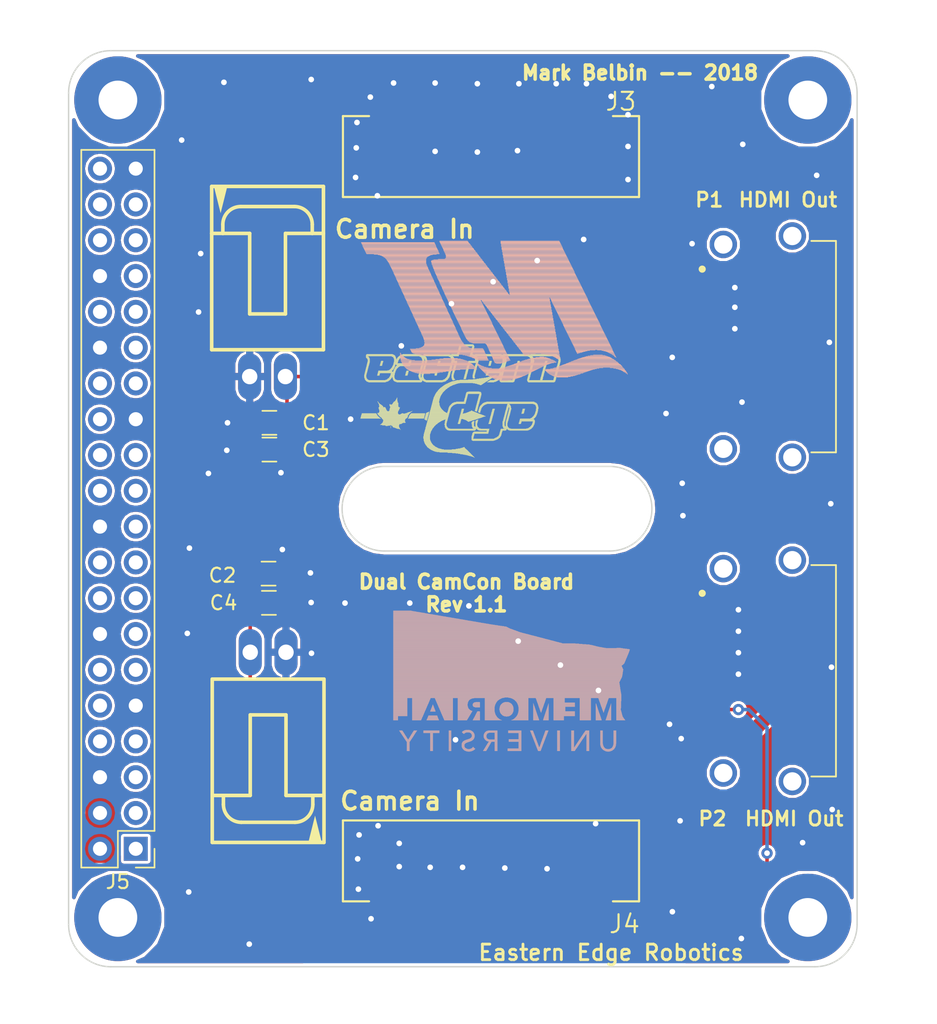
<source format=kicad_pcb>
(kicad_pcb (version 20171130) (host pcbnew "(5.0.0)")
  (layers (0 F.Cu signal) (31 B.Cu signal) (34 B.Paste user) (35 F.Paste user) (36 B.SilkS user) (37 F.SilkS user) (38 B.Mask user) (39 F.Mask user) (44 Edge.Cuts user))
  (net 0 "")
  (net 1 "Net-(J5-Pad40)")
  (net 2 GND)
  (net 3 "Net-(J5-Pad38)")
  (net 4 "Net-(J5-Pad37)")
  (net 5 "Net-(J5-Pad36)")
  (net 6 "Net-(J5-Pad35)")
  (net 7 "Net-(J5-Pad33)")
  (net 8 "Net-(J5-Pad32)")
  (net 9 "Net-(J5-Pad31)")
  (net 10 "Net-(J5-Pad29)")
  (net 11 "Net-(J5-Pad28)")
  (net 12 "Net-(J5-Pad27)")
  (net 13 "Net-(J5-Pad26)")
  (net 14 "Net-(J5-Pad24)")
  (net 15 "Net-(J5-Pad23)")
  (net 16 "Net-(J5-Pad22)")
  (net 17 "Net-(J5-Pad21)")
  (net 18 "Net-(J5-Pad19)")
  (net 19 "Net-(J5-Pad18)")
  (net 20 "Net-(J5-Pad17)")
  (net 21 "Net-(J5-Pad16)")
  (net 22 "Net-(J5-Pad15)")
  (net 23 "Net-(J5-Pad13)")
  (net 24 "Net-(J5-Pad12)")
  (net 25 "Net-(J5-Pad11)")
  (net 26 "Net-(J5-Pad10)")
  (net 27 "Net-(J5-Pad8)")
  (net 28 "Net-(J5-Pad7)")
  (net 29 "Net-(J5-Pad5)")
  (net 30 +5V)
  (net 31 "Net-(J5-Pad3)")
  (net 32 "Net-(J5-Pad1)")
  (net 33 /Servo1)
  (net 34 /Servo2)
  (net 35 /CAM1_3V3)
  (net 36 /CAM1_SDA)
  (net 37 /CAM1_SCL)
  (net 38 /CAM1_CLK)
  (net 39 /CAM1_GPIO)
  (net 40 /CAM2_GPIO)
  (net 41 /CAM2_CLK)
  (net 42 /CAM2_SCL)
  (net 43 /CAM2_SDA)
  (net 44 /CAM2_3V3)
  (net 45 /CAM1_C+)
  (net 46 /CAM1_C-)
  (net 47 /CAM1_D1+)
  (net 48 /CAM1_D1-)
  (net 49 /CAM1_D0+)
  (net 50 /CAM1_D0-)
  (net 51 /CAM2_D0-)
  (net 52 /CAM2_D0+)
  (net 53 /CAM2_D1-)
  (net 54 /CAM2_D1+)
  (net 55 /CAM2_C-)
  (net 56 /CAM2_C+)
  (module EER:70553-02 (layer F.Cu) (at 114.17 85.30438 180)
    (fp_text reference J2 hide)
    (fp_text value "Servo Input" hide)
    (pad 1 thru_hole oval (at -1.27 7.62 270) (size 3.2766 1.6383) (drill 1.0922) (layers *.Cu *.Mask) (net 2 GND))
    (pad 2 thru_hole oval (at 1.27 7.62 270) (size 3.2766 1.6383) (drill 1.0922) (layers *.Cu *.Mask) (net 34 /Servo2))
  )
  (module EER:RaspberryGPIO (layer F.Cu) (at 104.77 91.63 180)
    (fp_text reference J5 (at 1.27 -2.33 180) (layer F.SilkS))
    (fp_text value "Raspberry Pi GPIO")
    (pad 1 thru_hole rect (at 0 0 180) (size 1.7 1.7) (drill 1) (layers *.Cu *.Mask) (net 32 "Net-(J5-Pad1)"))
    (pad 2 thru_hole oval (at 2.54 0 180) (size 1.7 1.7) (drill 1) (layers *.Cu *.Mask) (net 30 +5V))
    (pad 3 thru_hole oval (at 0 2.54 180) (size 1.7 1.7) (drill 1) (layers *.Cu *.Mask) (net 31 "Net-(J5-Pad3)"))
    (pad 4 thru_hole oval (at 2.54 2.54 180) (size 1.7 1.7) (drill 1) (layers *.Cu *.Mask) (net 30 +5V))
    (pad 5 thru_hole oval (at 0 5.08 180) (size 1.7 1.7) (drill 1) (layers *.Cu *.Mask) (net 29 "Net-(J5-Pad5)"))
    (pad 6 thru_hole oval (at 2.54 5.08 180) (size 1.7 1.7) (drill 1) (layers *.Cu *.Mask) (net 2 GND))
    (pad 7 thru_hole oval (at 0 7.62 180) (size 1.7 1.7) (drill 1) (layers *.Cu *.Mask) (net 28 "Net-(J5-Pad7)"))
    (pad 8 thru_hole oval (at 2.54 7.62 180) (size 1.7 1.7) (drill 1) (layers *.Cu *.Mask) (net 27 "Net-(J5-Pad8)"))
    (pad 9 thru_hole oval (at 0 10.16 180) (size 1.7 1.7) (drill 1) (layers *.Cu *.Mask) (net 2 GND))
    (pad 10 thru_hole oval (at 2.54 10.16 180) (size 1.7 1.7) (drill 1) (layers *.Cu *.Mask) (net 26 "Net-(J5-Pad10)"))
    (pad 11 thru_hole oval (at 0 12.7 180) (size 1.7 1.7) (drill 1) (layers *.Cu *.Mask) (net 25 "Net-(J5-Pad11)"))
    (pad 12 thru_hole oval (at 2.54 12.7 180) (size 1.7 1.7) (drill 1) (layers *.Cu *.Mask) (net 24 "Net-(J5-Pad12)"))
    (pad 13 thru_hole oval (at 0 15.24 180) (size 1.7 1.7) (drill 1) (layers *.Cu *.Mask) (net 23 "Net-(J5-Pad13)"))
    (pad 14 thru_hole oval (at 2.54 15.24 180) (size 1.7 1.7) (drill 1) (layers *.Cu *.Mask) (net 2 GND))
    (pad 15 thru_hole oval (at 0 17.78 180) (size 1.7 1.7) (drill 1) (layers *.Cu *.Mask) (net 22 "Net-(J5-Pad15)"))
    (pad 16 thru_hole oval (at 2.54 17.78 180) (size 1.7 1.7) (drill 1) (layers *.Cu *.Mask) (net 21 "Net-(J5-Pad16)"))
    (pad 17 thru_hole oval (at 0 20.32 180) (size 1.7 1.7) (drill 1) (layers *.Cu *.Mask) (net 20 "Net-(J5-Pad17)"))
    (pad 18 thru_hole oval (at 2.54 20.32 180) (size 1.7 1.7) (drill 1) (layers *.Cu *.Mask) (net 19 "Net-(J5-Pad18)"))
    (pad 19 thru_hole oval (at 0 22.86 180) (size 1.7 1.7) (drill 1) (layers *.Cu *.Mask) (net 18 "Net-(J5-Pad19)"))
    (pad 20 thru_hole oval (at 2.54 22.86 180) (size 1.7 1.7) (drill 1) (layers *.Cu *.Mask) (net 2 GND))
    (pad 21 thru_hole oval (at 0 25.4 180) (size 1.7 1.7) (drill 1) (layers *.Cu *.Mask) (net 17 "Net-(J5-Pad21)"))
    (pad 22 thru_hole oval (at 2.54 25.4 180) (size 1.7 1.7) (drill 1) (layers *.Cu *.Mask) (net 16 "Net-(J5-Pad22)"))
    (pad 23 thru_hole oval (at 0 27.94 180) (size 1.7 1.7) (drill 1) (layers *.Cu *.Mask) (net 15 "Net-(J5-Pad23)"))
    (pad 24 thru_hole oval (at 2.54 27.94 180) (size 1.7 1.7) (drill 1) (layers *.Cu *.Mask) (net 14 "Net-(J5-Pad24)"))
    (pad 25 thru_hole oval (at 0 30.48 180) (size 1.7 1.7) (drill 1) (layers *.Cu *.Mask) (net 2 GND))
    (pad 26 thru_hole oval (at 2.54 30.48 180) (size 1.7 1.7) (drill 1) (layers *.Cu *.Mask) (net 13 "Net-(J5-Pad26)"))
    (pad 27 thru_hole oval (at 0 33.02 180) (size 1.7 1.7) (drill 1) (layers *.Cu *.Mask) (net 12 "Net-(J5-Pad27)"))
    (pad 28 thru_hole oval (at 2.54 33.02 180) (size 1.7 1.7) (drill 1) (layers *.Cu *.Mask) (net 11 "Net-(J5-Pad28)"))
    (pad 29 thru_hole oval (at 0 35.56 180) (size 1.7 1.7) (drill 1) (layers *.Cu *.Mask) (net 10 "Net-(J5-Pad29)"))
    (pad 30 thru_hole oval (at 2.54 35.56 180) (size 1.7 1.7) (drill 1) (layers *.Cu *.Mask) (net 2 GND))
    (pad 31 thru_hole oval (at 0 38.1 180) (size 1.7 1.7) (drill 1) (layers *.Cu *.Mask) (net 9 "Net-(J5-Pad31)"))
    (pad 32 thru_hole oval (at 2.54 38.1 180) (size 1.7 1.7) (drill 1) (layers *.Cu *.Mask) (net 8 "Net-(J5-Pad32)"))
    (pad 33 thru_hole oval (at 0 40.64 180) (size 1.7 1.7) (drill 1) (layers *.Cu *.Mask) (net 7 "Net-(J5-Pad33)"))
    (pad 34 thru_hole oval (at 2.54 40.64 180) (size 1.7 1.7) (drill 1) (layers *.Cu *.Mask) (net 2 GND))
    (pad 35 thru_hole oval (at 0 43.18 180) (size 1.7 1.7) (drill 1) (layers *.Cu *.Mask) (net 6 "Net-(J5-Pad35)"))
    (pad 36 thru_hole oval (at 2.54 43.18 180) (size 1.7 1.7) (drill 1) (layers *.Cu *.Mask) (net 5 "Net-(J5-Pad36)"))
    (pad 37 thru_hole oval (at 0 45.72 180) (size 1.7 1.7) (drill 1) (layers *.Cu *.Mask) (net 4 "Net-(J5-Pad37)"))
    (pad 38 thru_hole oval (at 2.54 45.72 180) (size 1.7 1.7) (drill 1) (layers *.Cu *.Mask) (net 3 "Net-(J5-Pad38)"))
    (pad 39 thru_hole oval (at 0 48.26 180) (size 1.7 1.7) (drill 1) (layers *.Cu *.Mask) (net 2 GND))
    (pad 40 thru_hole oval (at 2.54 48.26 180) (size 1.7 1.7) (drill 1) (layers *.Cu *.Mask) (net 1 "Net-(J5-Pad40)"))
  )
  (module EER:70553-02 (layer F.Cu) (at 114.13 50.50438)
    (fp_text reference J1 hide)
    (fp_text value "Servo Input" hide)
    (pad 1 thru_hole oval (at -1.27 7.62 90) (size 3.2766 1.6383) (drill 1.0922) (layers *.Cu *.Mask) (net 2 GND))
    (pad 2 thru_hole oval (at 1.27 7.62 90) (size 3.2766 1.6383) (drill 1.0922) (layers *.Cu *.Mask) (net 33 /Servo1))
  )
  (module EER:CON15_1X15_DRB_SFW (layer F.Cu) (at 130 98)
    (fp_text reference J4 (at 10.668 -1.778) (layer F.SilkS) (effects (font (size 1.27 1.27)) (justify right top)))
    (fp_text value "Camera In" (at -0.66954 -10.50562) (layer F.SilkS) (effects (font (size 1.27 1.27) (thickness 0.25)) (justify right top)))
    (pad 15 smd rect (at 7 -2.7559 270) (size 2.0066 0.6096) (layers F.Cu F.Paste F.Mask) (net 2 GND))
    (pad 14 smd rect (at 5.999996 -2.7559 270) (size 2.0066 0.6096) (layers F.Cu F.Paste F.Mask) (net 51 /CAM2_D0-))
    (pad 13 smd rect (at 5 -2.7559 270) (size 2.0066 0.6096) (layers F.Cu F.Paste F.Mask) (net 52 /CAM2_D0+))
    (pad 12 smd rect (at 4 -2.7559 270) (size 2.0066 0.6096) (layers F.Cu F.Paste F.Mask) (net 2 GND))
    (pad 11 smd rect (at 3 -2.7559 270) (size 2.0066 0.6096) (layers F.Cu F.Paste F.Mask) (net 53 /CAM2_D1-))
    (pad 10 smd rect (at 2 -2.7559 270) (size 2.0066 0.6096) (layers F.Cu F.Paste F.Mask) (net 54 /CAM2_D1+))
    (pad 9 smd rect (at 0.999996 -2.7559 270) (size 2.0066 0.6096) (layers F.Cu F.Paste F.Mask) (net 2 GND))
    (pad 8 smd rect (at 0 -2.7559 270) (size 2.0066 0.6096) (layers F.Cu F.Paste F.Mask) (net 55 /CAM2_C-))
    (pad 7 smd rect (at -1 -2.7559 270) (size 2.0066 0.6096) (layers F.Cu F.Paste F.Mask) (net 56 /CAM2_C+))
    (pad 6 smd rect (at -2 -2.7559 270) (size 2.0066 0.6096) (layers F.Cu F.Paste F.Mask) (net 2 GND))
    (pad 5 smd rect (at -3.000003 -2.7559 270) (size 2.0066 0.6096) (layers F.Cu F.Paste F.Mask) (net 40 /CAM2_GPIO))
    (pad 4 smd rect (at -4.000003 -2.7559 270) (size 2.0066 0.6096) (layers F.Cu F.Paste F.Mask) (net 41 /CAM2_CLK))
    (pad 3 smd rect (at -5 -2.7559 270) (size 2.0066 0.6096) (layers F.Cu F.Paste F.Mask) (net 42 /CAM2_SCL))
    (pad 2 smd rect (at -6 -2.7559 270) (size 2.0066 0.6096) (layers F.Cu F.Paste F.Mask) (net 43 /CAM2_SDA))
    (pad 1 smd rect (at -7 -2.7559 270) (size 2.0066 0.6096) (layers F.Cu F.Paste F.Mask) (net 44 /CAM2_3V3))
    (pad 16 smd rect (at -8.001 -4.8641) (size 0.7112 4.191) (layers F.Cu F.Paste F.Mask) (net 2 GND))
    (pad 17 smd rect (at 8.001 -4.8641) (size 0.7112 4.191) (layers F.Cu F.Paste F.Mask) (net 2 GND))
  )
  (module EER:CON15_1X15_DRB_SFW (layer F.Cu) (at 130 37 180)
    (fp_text reference J3 (at -10.414 -0.86614 180) (layer F.SilkS) (effects (font (size 1.27 1.27)) (justify right top)))
    (fp_text value "Camera In" (at 1.04454 -9.91938 180) (layer F.SilkS) (effects (font (size 1.27 1.27) (thickness 0.25)) (justify right top)))
    (pad 15 smd rect (at 7 -2.7559 90) (size 2.0066 0.6096) (layers F.Cu F.Paste F.Mask) (net 2 GND))
    (pad 14 smd rect (at 5.999996 -2.7559 90) (size 2.0066 0.6096) (layers F.Cu F.Paste F.Mask) (net 50 /CAM1_D0-))
    (pad 13 smd rect (at 5 -2.7559 90) (size 2.0066 0.6096) (layers F.Cu F.Paste F.Mask) (net 49 /CAM1_D0+))
    (pad 12 smd rect (at 4 -2.7559 90) (size 2.0066 0.6096) (layers F.Cu F.Paste F.Mask) (net 2 GND))
    (pad 11 smd rect (at 3 -2.7559 90) (size 2.0066 0.6096) (layers F.Cu F.Paste F.Mask) (net 48 /CAM1_D1-))
    (pad 10 smd rect (at 2 -2.7559 90) (size 2.0066 0.6096) (layers F.Cu F.Paste F.Mask) (net 47 /CAM1_D1+))
    (pad 9 smd rect (at 0.999996 -2.7559 90) (size 2.0066 0.6096) (layers F.Cu F.Paste F.Mask) (net 2 GND))
    (pad 8 smd rect (at 0 -2.7559 90) (size 2.0066 0.6096) (layers F.Cu F.Paste F.Mask) (net 46 /CAM1_C-))
    (pad 7 smd rect (at -1 -2.7559 90) (size 2.0066 0.6096) (layers F.Cu F.Paste F.Mask) (net 45 /CAM1_C+))
    (pad 6 smd rect (at -2 -2.7559 90) (size 2.0066 0.6096) (layers F.Cu F.Paste F.Mask) (net 2 GND))
    (pad 5 smd rect (at -3.000003 -2.7559 90) (size 2.0066 0.6096) (layers F.Cu F.Paste F.Mask) (net 39 /CAM1_GPIO))
    (pad 4 smd rect (at -4.000003 -2.7559 90) (size 2.0066 0.6096) (layers F.Cu F.Paste F.Mask) (net 38 /CAM1_CLK))
    (pad 3 smd rect (at -5 -2.7559 90) (size 2.0066 0.6096) (layers F.Cu F.Paste F.Mask) (net 37 /CAM1_SCL))
    (pad 2 smd rect (at -6 -2.7559 90) (size 2.0066 0.6096) (layers F.Cu F.Paste F.Mask) (net 36 /CAM1_SDA))
    (pad 1 smd rect (at -7 -2.7559 90) (size 2.0066 0.6096) (layers F.Cu F.Paste F.Mask) (net 35 /CAM1_3V3))
    (pad 16 smd rect (at -8.001 -4.8641 180) (size 0.7112 4.191) (layers F.Cu F.Paste F.Mask) (net 2 GND))
    (pad 17 smd rect (at 8.001 -4.8641 180) (size 0.7112 4.191) (layers F.Cu F.Paste F.Mask) (net 2 GND))
  )
  (module EER:C_0805_HandSoldering (layer F.Cu) (at 114.26046 61.40438 180)
    (fp_text reference C1 (at -3.302 0 180) (layer F.SilkS))
    (fp_text value C)
    (pad 1 smd rect (at -1.25 0 180) (size 1.5 1.25) (layers F.Cu F.Paste F.Mask) (net 33 /Servo1))
    (pad 2 smd rect (at 1.25 0 180) (size 1.5 1.25) (layers F.Cu F.Paste F.Mask) (net 2 GND))
  )
  (module EER:C_0805_HandSoldering (layer F.Cu) (at 114.20046 72.10438)
    (fp_text reference C2 (at -3.275 0.125) (layer F.SilkS))
    (fp_text value C)
    (pad 1 smd rect (at -1.25 0) (size 1.5 1.25) (layers F.Cu F.Paste F.Mask) (net 34 /Servo2))
    (pad 2 smd rect (at 1.25 0) (size 1.5 1.25) (layers F.Cu F.Paste F.Mask) (net 2 GND))
  )
  (module EER:C_0805_HandSoldering (layer F.Cu) (at 114.26046 63.30438 180)
    (fp_text reference C3 (at -3.302 0 180) (layer F.SilkS))
    (fp_text value C)
    (pad 1 smd rect (at -1.25 0 180) (size 1.5 1.25) (layers F.Cu F.Paste F.Mask) (net 33 /Servo1))
    (pad 2 smd rect (at 1.25 0 180) (size 1.5 1.25) (layers F.Cu F.Paste F.Mask) (net 2 GND))
  )
  (module EER:C_0805_HandSoldering (layer F.Cu) (at 114.22546 74.17938)
    (fp_text reference C4 (at -3.225 0) (layer F.SilkS))
    (fp_text value C)
    (pad 1 smd rect (at -1.25 0) (size 1.5 1.25) (layers F.Cu F.Paste F.Mask) (net 34 /Servo2))
    (pad 2 smd rect (at 1.25 0) (size 1.5 1.25) (layers F.Cu F.Paste F.Mask) (net 2 GND))
  )
  (module EER:EERLOGO (layer F.Cu) (at 118.20546 65.59438)
    (fp_text reference "" hide)
    (fp_text value "" hide)
  )
  (module EER:MUNLOGO (layer B.Cu) (at 140.96746 85.84438 180)
    (fp_text reference U$15 hide)
    (fp_text value MUNLOGO hide)
  )
  (module EER:MILOGO (layer B.Cu) (at 140.07846 59.80938 180)
    (fp_text reference U$16 hide)
    (fp_text value MILOGO hide)
  )
  (module EER:FCI_10029449-001RLF (layer F.Cu) (at 145.5 56 90)
    (fp_text reference P1 (at 10.414 0 180) (layer F.SilkS) (effects (font (size 1.00157 1.00157) (thickness 0.2))))
    (fp_text value "HDMI Out" (at 10.414 5.588) (layer F.SilkS) (effects (font (size 1.00037 1.00037) (thickness 0.2))))
    (pad P4 thru_hole circle (at 7.85 5.9 90) (size 1.95 1.95) (drill 1.3) (layers *.Cu *.Mask))
    (pad P3 thru_hole circle (at -7.85 5.9 90) (size 1.95 1.95) (drill 1.3) (layers *.Cu *.Mask))
    (pad P1 thru_hole circle (at 7.25 1 90) (size 1.95 1.95) (drill 1.3) (layers *.Cu *.Mask))
    (pad P2 thru_hole circle (at -7.25 1 90) (size 1.95 1.95) (drill 1.3) (layers *.Cu *.Mask))
    (pad 19 smd rect (at -4.25 0 180) (size 1.9 0.3) (layers F.Cu F.Paste F.Mask) (net 30 +5V))
    (pad 18 smd rect (at -3.75 0 180) (size 1.9 0.3) (layers F.Cu F.Paste F.Mask) (net 30 +5V))
    (pad 17 smd rect (at -3.25 0 180) (size 1.9 0.3) (layers F.Cu F.Paste F.Mask) (net 2 GND))
    (pad 16 smd rect (at -2.75 0 180) (size 1.9 0.3) (layers F.Cu F.Paste F.Mask) (net 33 /Servo1))
    (pad 15 smd rect (at -2.25 0 180) (size 1.9 0.3) (layers F.Cu F.Paste F.Mask) (net 35 /CAM1_3V3))
    (pad 14 smd rect (at -1.75 0 180) (size 1.9 0.3) (layers F.Cu F.Paste F.Mask) (net 36 /CAM1_SDA))
    (pad 13 smd rect (at -1.25 0 180) (size 1.9 0.3) (layers F.Cu F.Paste F.Mask) (net 37 /CAM1_SCL))
    (pad 12 smd rect (at -0.75 0 180) (size 1.9 0.3) (layers F.Cu F.Paste F.Mask) (net 38 /CAM1_CLK))
    (pad 11 smd rect (at -0.25 0 180) (size 1.9 0.3) (layers F.Cu F.Paste F.Mask) (net 2 GND))
    (pad 10 smd rect (at 0.25 0 180) (size 1.9 0.3) (layers F.Cu F.Paste F.Mask) (net 39 /CAM1_GPIO))
    (pad 9 smd rect (at 0.75 0 180) (size 1.9 0.3) (layers F.Cu F.Paste F.Mask) (net 50 /CAM1_D0-))
    (pad 8 smd rect (at 1.25 0 180) (size 1.9 0.3) (layers F.Cu F.Paste F.Mask) (net 2 GND))
    (pad 7 smd rect (at 1.75 0 180) (size 1.9 0.3) (layers F.Cu F.Paste F.Mask) (net 49 /CAM1_D0+))
    (pad 6 smd rect (at 2.25 0 180) (size 1.9 0.3) (layers F.Cu F.Paste F.Mask) (net 48 /CAM1_D1-))
    (pad 5 smd rect (at 2.75 0 180) (size 1.9 0.3) (layers F.Cu F.Paste F.Mask) (net 2 GND))
    (pad 4 smd rect (at 3.25 0 180) (size 1.9 0.3) (layers F.Cu F.Paste F.Mask) (net 47 /CAM1_D1+))
    (pad 3 smd rect (at 3.75 0 180) (size 1.9 0.3) (layers F.Cu F.Paste F.Mask) (net 46 /CAM1_C-))
    (pad 2 smd rect (at 4.25 0 180) (size 1.9 0.3) (layers F.Cu F.Paste F.Mask) (net 2 GND))
    (pad 1 smd rect (at 4.75 0 180) (size 1.9 0.3) (layers F.Cu F.Paste F.Mask) (net 45 /CAM1_C+))
  )
  (module EER:FCI_10029449-001RLF (layer F.Cu) (at 145.5 79 90)
    (fp_text reference P2 (at -10.49438 0.23046 180) (layer F.SilkS) (effects (font (size 1.00157 1.00157) (thickness 0.2))))
    (fp_text value "HDMI Out" (at -10.49438 6.03046) (layer F.SilkS) (effects (font (size 1.00037 1.00037) (thickness 0.2))))
    (pad P4 thru_hole circle (at 7.85 5.9 90) (size 1.95 1.95) (drill 1.3) (layers *.Cu *.Mask))
    (pad P3 thru_hole circle (at -7.85 5.9 90) (size 1.95 1.95) (drill 1.3) (layers *.Cu *.Mask))
    (pad P1 thru_hole circle (at 7.25 1 90) (size 1.95 1.95) (drill 1.3) (layers *.Cu *.Mask))
    (pad P2 thru_hole circle (at -7.25 1 90) (size 1.95 1.95) (drill 1.3) (layers *.Cu *.Mask))
    (pad 19 smd rect (at -4.25 0 180) (size 1.9 0.3) (layers F.Cu F.Paste F.Mask) (net 30 +5V))
    (pad 18 smd rect (at -3.75 0 180) (size 1.9 0.3) (layers F.Cu F.Paste F.Mask) (net 30 +5V))
    (pad 17 smd rect (at -3.25 0 180) (size 1.9 0.3) (layers F.Cu F.Paste F.Mask) (net 2 GND))
    (pad 16 smd rect (at -2.75 0 180) (size 1.9 0.3) (layers F.Cu F.Paste F.Mask) (net 34 /Servo2))
    (pad 15 smd rect (at -2.25 0 180) (size 1.9 0.3) (layers F.Cu F.Paste F.Mask) (net 44 /CAM2_3V3))
    (pad 14 smd rect (at -1.75 0 180) (size 1.9 0.3) (layers F.Cu F.Paste F.Mask) (net 43 /CAM2_SDA))
    (pad 13 smd rect (at -1.25 0 180) (size 1.9 0.3) (layers F.Cu F.Paste F.Mask) (net 42 /CAM2_SCL))
    (pad 12 smd rect (at -0.75 0 180) (size 1.9 0.3) (layers F.Cu F.Paste F.Mask) (net 41 /CAM2_CLK))
    (pad 11 smd rect (at -0.25 0 180) (size 1.9 0.3) (layers F.Cu F.Paste F.Mask) (net 2 GND))
    (pad 10 smd rect (at 0.25 0 180) (size 1.9 0.3) (layers F.Cu F.Paste F.Mask) (net 40 /CAM2_GPIO))
    (pad 9 smd rect (at 0.75 0 180) (size 1.9 0.3) (layers F.Cu F.Paste F.Mask) (net 51 /CAM2_D0-))
    (pad 8 smd rect (at 1.25 0 180) (size 1.9 0.3) (layers F.Cu F.Paste F.Mask) (net 2 GND))
    (pad 7 smd rect (at 1.75 0 180) (size 1.9 0.3) (layers F.Cu F.Paste F.Mask) (net 52 /CAM2_D0+))
    (pad 6 smd rect (at 2.25 0 180) (size 1.9 0.3) (layers F.Cu F.Paste F.Mask) (net 53 /CAM2_D1-))
    (pad 5 smd rect (at 2.75 0 180) (size 1.9 0.3) (layers F.Cu F.Paste F.Mask) (net 2 GND))
    (pad 4 smd rect (at 3.25 0 180) (size 1.9 0.3) (layers F.Cu F.Paste F.Mask) (net 54 /CAM2_D1+))
    (pad 3 smd rect (at 3.75 0 180) (size 1.9 0.3) (layers F.Cu F.Paste F.Mask) (net 55 /CAM2_C-))
    (pad 2 smd rect (at 4.25 0 180) (size 1.9 0.3) (layers F.Cu F.Paste F.Mask) (net 2 GND))
    (pad 1 smd rect (at 4.75 0 180) (size 1.9 0.3) (layers F.Cu F.Paste F.Mask) (net 56 /CAM2_C+))
  )
  (gr_text "Eastern Edge Robotics" (at 138.53046 98.99438) (layer F.SilkS) (effects (font (size 1.1 1.1) (thickness 0.2))))
  (gr_text "Dual CamCon Board\nRev 1.1\n" (at 128.25546 73.49438) (layer F.SilkS) (effects (font (size 1 1) (thickness 0.25))))
  (gr_text "Mark Belbin -- 2018" (at 140.58646 36.56838) (layer F.SilkS) (effects (font (size 1 1) (thickness 0.25))))
  (gr_arc (start 138.42746 67.5) (end 138.42746 70.5) (angle -180) (layer Edge.Cuts) (width 0.1))
  (gr_line (start 122.42546 70.5) (end 138.42746 70.5) (layer Edge.Cuts) (width 0.1))
  (gr_arc (start 122.42546 67.5) (end 122.42546 64.5) (angle -180) (layer Edge.Cuts) (width 0.1))
  (gr_line (start 122.42546 64.5) (end 138.42746 64.5) (layer Edge.Cuts) (width 0.1))
  (gr_arc (start 103 38) (end 103 35) (angle -90) (layer Edge.Cuts) (width 0.1))
  (gr_arc (start 153 38) (end 156 38) (angle -90) (layer Edge.Cuts) (width 0.1))
  (gr_arc (start 153 97) (end 153 100) (angle -90) (layer Edge.Cuts) (width 0.1))
  (gr_arc (start 103 97) (end 100 97) (angle -90) (layer Edge.Cuts) (width 0.1))
  (gr_line (start 100 38) (end 100 97) (layer Edge.Cuts) (width 0.1))
  (gr_line (start 103 35) (end 153 35) (layer Edge.Cuts) (width 0.1))
  (gr_line (start 156 38) (end 156 97) (layer Edge.Cuts) (width 0.1))
  (gr_line (start 103 100) (end 153 100) (layer Edge.Cuts) (width 0.1))
  (via (at 103.5 38.5) (size 6.2) (drill 2.75) (layers F.Cu B.Cu) (net 0))
  (via (at 152.5 38.5) (size 6.2) (drill 2.75) (layers F.Cu B.Cu) (net 0))
  (via (at 152.5 96.5) (size 6.2) (drill 2.75) (layers F.Cu B.Cu) (net 0))
  (via (at 103.5 96.5) (size 6.2) (drill 2.75) (layers F.Cu B.Cu) (net 0))
  (via (at 136.58046 48.39438) (size 0.8) (drill 0.4) (layers F.Cu B.Cu) (net 2))
  (via (at 143.50746 83.81238) (size 0.8) (drill 0.4) (layers F.Cu B.Cu) (net 2))
  (segment (start 143.50746 83.04254) (end 143.50746 83.81238) (width 0.25) (layer F.Cu) (net 2))
  (segment (start 145.5 82.25) (end 144.3 82.25) (width 0.25) (layer F.Cu) (net 2))
  (segment (start 144.3 82.25784) (end 143.50746 83.05038) (width 0.25) (layer F.Cu) (net 2))
  (via (at 147.57146 79.24038) (size 0.8) (drill 0.4) (layers F.Cu B.Cu) (net 2))
  (segment (start 145.5 79.25) (end 147.56184 79.25) (width 0.25) (layer F.Cu) (net 2))
  (segment (start 147.56184 79.25) (end 147.57146 79.24038) (width 0.25) (layer F.Cu) (net 2))
  (via (at 147.57146 77.71638) (size 0.8) (drill 0.4) (layers F.Cu B.Cu) (net 2))
  (segment (start 145.5 77.75) (end 147.53784 77.75) (width 0.25) (layer F.Cu) (net 2))
  (segment (start 147.53784 77.75) (end 147.57146 77.71638) (width 0.25) (layer F.Cu) (net 2))
  (via (at 147.57146 76.19238) (size 0.8) (drill 0.4) (layers F.Cu B.Cu) (net 2))
  (segment (start 145.5 76.25) (end 147.51384 76.25) (width 0.25) (layer F.Cu) (net 2))
  (segment (start 147.51384 76.25) (end 147.57146 76.19238) (width 0.25) (layer F.Cu) (net 2))
  (via (at 147.57146 74.66838) (size 0.8) (drill 0.4) (layers F.Cu B.Cu) (net 2))
  (segment (start 145.5 74.75) (end 147.48984 74.75) (width 0.25) (layer F.Cu) (net 2))
  (segment (start 147.48984 74.75) (end 147.57146 74.66838) (width 0.25) (layer F.Cu) (net 2))
  (via (at 147.31746 51.80838) (size 0.8) (drill 0.4) (layers F.Cu B.Cu) (net 2))
  (segment (start 145.5 51.75) (end 147.51308 51.75) (width 0.25) (layer F.Cu) (net 2))
  (segment (start 147.51308 51.75) (end 147.57146 51.80838) (width 0.25) (layer F.Cu) (net 2))
  (via (at 147.31746 53.20538) (size 0.8) (drill 0.4) (layers F.Cu B.Cu) (net 2))
  (segment (start 145.5 53.25) (end 147.52684 53.25) (width 0.25) (layer F.Cu) (net 2))
  (segment (start 147.52684 53.25) (end 147.57146 53.20538) (width 0.25) (layer F.Cu) (net 2))
  (via (at 147.31746 54.72938) (size 0.8) (drill 0.4) (layers F.Cu B.Cu) (net 2))
  (segment (start 145.5 54.75) (end 147.55084 54.75) (width 0.25) (layer F.Cu) (net 2))
  (segment (start 147.55084 54.75) (end 147.57146 54.72938) (width 0.25) (layer F.Cu) (net 2))
  (via (at 142.87246 56.76138) (size 0.8) (drill 0.4) (layers F.Cu B.Cu) (net 2))
  (segment (start 145.5 56.25) (end 143.38384 56.25) (width 0.25) (layer F.Cu) (net 2))
  (segment (start 143.38384 56.25) (end 142.87246 56.76138) (width 0.25) (layer F.Cu) (net 2))
  (via (at 147.82546 59.93638) (size 0.8) (drill 0.4) (layers F.Cu B.Cu) (net 2))
  (segment (start 145.5 59.25) (end 147.13908 59.25) (width 0.25) (layer F.Cu) (net 2))
  (segment (start 147.13908 59.25) (end 147.82546 59.93638) (width 0.25) (layer F.Cu) (net 2))
  (via (at 139.73046 44.14438) (size 0.8) (drill 0.4) (layers F.Cu B.Cu) (net 2))
  (segment (start 138.001 41.8641) (end 139.53218 41.8641) (width 0.25) (layer F.Cu) (net 2))
  (segment (start 139.53218 41.8641) (end 140.58646 42.91838) (width 0.25) (layer F.Cu) (net 2))
  (via (at 127.19046 52.95438) (size 0.8) (drill 0.4) (layers F.Cu B.Cu) (net 2))
  (via (at 130.15046 51.39438) (size 0.8) (drill 0.4) (layers F.Cu B.Cu) (net 2))
  (via (at 133.28046 49.89438) (size 0.8) (drill 0.4) (layers F.Cu B.Cu) (net 2))
  (via (at 131.93046 76.89438) (size 0.8) (drill 0.4) (layers F.Cu B.Cu) (net 2))
  (via (at 134.93046 78.59438) (size 0.8) (drill 0.4) (layers F.Cu B.Cu) (net 2))
  (via (at 137.63046 80.39438) (size 0.8) (drill 0.4) (layers F.Cu B.Cu) (net 2))
  (via (at 126.03046 37.29438) (size 0.8) (drill 0.4) (layers F.Cu B.Cu) (net 2))
  (via (at 123.08046 37.29438) (size 0.8) (drill 0.4) (layers F.Cu B.Cu) (net 2))
  (via (at 120.48046 40.09438) (size 0.8) (drill 0.4) (layers F.Cu B.Cu) (net 2))
  (via (at 120.43046 41.89438) (size 0.8) (drill 0.4) (layers F.Cu B.Cu) (net 2))
  (via (at 120.38046 43.99438) (size 0.8) (drill 0.4) (layers F.Cu B.Cu) (net 2))
  (via (at 121.93046 45.29438) (size 0.8) (drill 0.4) (layers F.Cu B.Cu) (net 2))
  (via (at 121.43046 38.29438) (size 0.8) (drill 0.4) (layers F.Cu B.Cu) (net 2))
  (via (at 131.98046 37.34438) (size 0.8) (drill 0.4) (layers F.Cu B.Cu) (net 2))
  (via (at 129.03046 37.34438) (size 0.8) (drill 0.4) (layers F.Cu B.Cu) (net 2))
  (via (at 138.53046 38.24438) (size 0.8) (drill 0.4) (layers F.Cu B.Cu) (net 2))
  (via (at 139.73046 39.54438) (size 0.8) (drill 0.4) (layers F.Cu B.Cu) (net 2))
  (segment (start 139.53218 41.8641) (end 139.53218 41.8641) (width 0.25) (layer F.Cu) (net 2))
  (via (at 139.73046 41.79438) (size 0.8) (drill 0.4) (layers F.Cu B.Cu) (net 2))
  (via (at 134.63046 37.34438) (size 0.8) (drill 0.4) (layers F.Cu B.Cu) (net 2))
  (via (at 136.78046 37.34438) (size 0.8) (drill 0.4) (layers F.Cu B.Cu) (net 2))
  (via (at 144.28046 48.69438) (size 0.8) (drill 0.4) (layers F.Cu B.Cu) (net 2))
  (via (at 131.88046 42.09438) (size 0.8) (drill 0.4) (layers F.Cu B.Cu) (net 2))
  (via (at 129.03046 42.19438) (size 0.8) (drill 0.4) (layers F.Cu B.Cu) (net 2))
  (via (at 126.03046 42.14438) (size 0.8) (drill 0.4) (layers F.Cu B.Cu) (net 2))
  (via (at 111.23546 63.35438) (size 0.8) (drill 0.4) (layers F.Cu B.Cu) (net 2))
  (via (at 111.28546 61.40438) (size 0.8) (drill 0.4) (layers F.Cu B.Cu) (net 2))
  (via (at 117.22546 74.15438) (size 0.8) (drill 0.4) (layers F.Cu B.Cu) (net 2))
  (via (at 117.25046 77.75438) (size 0.8) (drill 0.4) (layers F.Cu B.Cu) (net 2))
  (via (at 117.17546 72.05438) (size 0.8) (drill 0.4) (layers F.Cu B.Cu) (net 2))
  (via (at 121.48046 96.59438) (size 0.8) (drill 0.4) (layers F.Cu B.Cu) (net 2))
  (via (at 120.58046 94.49438) (size 0.8) (drill 0.4) (layers F.Cu B.Cu) (net 2))
  (via (at 120.53046 92.34438) (size 0.8) (drill 0.4) (layers F.Cu B.Cu) (net 2))
  (via (at 121.98046 89.99438) (size 0.8) (drill 0.4) (layers F.Cu B.Cu) (net 2))
  (via (at 123.48046 91.24438) (size 0.8) (drill 0.4) (layers F.Cu B.Cu) (net 2))
  (via (at 123.48046 92.89438) (size 0.8) (drill 0.4) (layers F.Cu B.Cu) (net 2))
  (via (at 127.98046 92.94438) (size 0.8) (drill 0.4) (layers F.Cu B.Cu) (net 2))
  (via (at 130.98046 92.99438) (size 0.8) (drill 0.4) (layers F.Cu B.Cu) (net 2))
  (via (at 133.98046 93.04438) (size 0.8) (drill 0.4) (layers F.Cu B.Cu) (net 2))
  (via (at 137.43046 89.84438) (size 0.8) (drill 0.4) (layers F.Cu B.Cu) (net 2))
  (via (at 120.63046 90.64438) (size 0.8) (drill 0.4) (layers F.Cu B.Cu) (net 2))
  (via (at 142.68046 82.79438) (size 0.8) (drill 0.4) (layers F.Cu B.Cu) (net 2))
  (via (at 125.68046 92.94438) (size 0.8) (drill 0.4) (layers F.Cu B.Cu) (net 2))
  (via (at 142.43046 60.74438) (size 0.8) (drill 0.4) (layers F.Cu B.Cu) (net 2))
  (via (at 128.43046 74.39438) (size 0.8) (drill 0.4) (layers F.Cu B.Cu) (net 2))
  (via (at 109.38046 49.39438) (size 0.8) (drill 0.4) (layers F.Cu B.Cu) (net 2))
  (via (at 109.23046 53.54438) (size 0.8) (drill 0.4) (layers F.Cu B.Cu) (net 2))
  (via (at 112.83046 98.39438) (size 0.8) (drill 0.4) (layers F.Cu B.Cu) (net 2))
  (via (at 142.88046 96.09438) (size 0.8) (drill 0.4) (layers F.Cu B.Cu) (net 2))
  (via (at 152.13046 91.19438) (size 0.8) (drill 0.4) (layers F.Cu B.Cu) (net 2))
  (via (at 154.23046 88.84438) (size 0.8) (drill 0.4) (layers F.Cu B.Cu) (net 2))
  (via (at 108.53046 94.69438) (size 0.8) (drill 0.4) (layers F.Cu B.Cu) (net 2))
  (via (at 108.03046 41.34438) (size 0.8) (drill 0.4) (layers F.Cu B.Cu) (net 2))
  (via (at 111.03046 37.24438) (size 0.8) (drill 0.4) (layers F.Cu B.Cu) (net 2))
  (via (at 145.68046 37.54438) (size 0.8) (drill 0.4) (layers F.Cu B.Cu) (net 2))
  (via (at 147.88046 41.64438) (size 0.8) (drill 0.4) (layers F.Cu B.Cu) (net 2))
  (via (at 153.13046 43.84438) (size 0.8) (drill 0.4) (layers F.Cu B.Cu) (net 2))
  (via (at 115.18046 70.39438) (size 0.8) (drill 0.4) (layers F.Cu B.Cu) (net 2))
  (via (at 108.58046 70.29438) (size 0.8) (drill 0.4) (layers F.Cu B.Cu) (net 2))
  (via (at 119.63046 74.19438) (size 0.8) (drill 0.4) (layers F.Cu B.Cu) (net 2))
  (via (at 115.08046 64.94438) (size 0.8) (drill 0.4) (layers F.Cu B.Cu) (net 2))
  (via (at 109.93046 64.99438) (size 0.8) (drill 0.4) (layers F.Cu B.Cu) (net 2))
  (via (at 120.03046 61.14438) (size 0.8) (drill 0.4) (layers F.Cu B.Cu) (net 2))
  (via (at 124.23046 74.19438) (size 0.8) (drill 0.4) (layers F.Cu B.Cu) (net 2))
  (via (at 143.58046 65.69438) (size 0.8) (drill 0.4) (layers F.Cu B.Cu) (net 2))
  (via (at 143.63046 67.99438) (size 0.8) (drill 0.4) (layers F.Cu B.Cu) (net 2))
  (via (at 154.13046 67.14438) (size 0.8) (drill 0.4) (layers F.Cu B.Cu) (net 2))
  (via (at 154.03046 55.69438) (size 0.8) (drill 0.4) (layers F.Cu B.Cu) (net 2))
  (via (at 154.18046 78.74438) (size 0.8) (drill 0.4) (layers F.Cu B.Cu) (net 2))
  (via (at 108.43046 76.34438) (size 0.8) (drill 0.4) (layers F.Cu B.Cu) (net 2))
  (via (at 117.23046 37.04438) (size 0.8) (drill 0.4) (layers F.Cu B.Cu) (net 2))
  (via (at 123.63046 55.94438) (size 0.8) (drill 0.4) (layers F.Cu B.Cu) (net 2))
  (via (at 143.43046 89.64438) (size 0.8) (drill 0.4) (layers F.Cu B.Cu) (net 2))
  (via (at 127.48046 83.89438) (size 0.8) (drill 0.4) (layers F.Cu B.Cu) (net 2))
  (via (at 147.78046 97.99438) (size 0.8) (drill 0.4) (layers F.Cu B.Cu) (net 2))
  (segment (start 112.86 61.25392) (end 113.01046 61.40438) (width 0.25) (layer F.Cu) (net 2))
  (segment (start 112.86 58.12438) (end 112.86 61.25392) (width 0.25) (layer F.Cu) (net 2))
  (segment (start 113.01046 63.30438) (end 113.01046 61.40438) (width 0.25) (layer F.Cu) (net 2))
  (segment (start 149.80308 82.08876) (end 148.84146 83.05038) (width 1) (layer F.Cu) (net 30))
  (segment (start 144.97708 69.788) (end 147.77108 69.788) (width 1) (layer F.Cu) (net 30))
  (segment (start 147.77108 69.788) (end 149.80308 71.82) (width 1) (layer F.Cu) (net 30))
  (segment (start 149.80308 71.82) (end 147.82546 69.84238) (width 0.25) (layer F.Cu) (net 30))
  (segment (start 149.80308 82.08876) (end 149.80308 71.82) (width 1) (layer F.Cu) (net 30))
  (segment (start 145.6 83.25) (end 147.31746 83.25) (width 1) (layer F.Cu) (net 30))
  (segment (start 145.5 83.15) (end 145.6 83.25) (width 0.25) (layer F.Cu) (net 30))
  (segment (start 145.5 82.75) (end 145.5 83.15) (width 0.25) (layer F.Cu) (net 30))
  (segment (start 147.2 83.25) (end 147.31746 83.25) (width 0.25) (layer F.Cu) (net 30))
  (segment (start 147.31746 83.25) (end 148.64184 83.25) (width 1) (layer F.Cu) (net 30))
  (segment (start 145.5 60.15) (end 145.5 59.75) (width 0.25) (layer F.Cu) (net 30))
  (segment (start 145.4 60.25) (end 145.5 60.15) (width 0.25) (layer F.Cu) (net 30))
  (segment (start 145.5 60.25) (end 145.4 60.25) (width 0.25) (layer F.Cu) (net 30))
  (segment (start 109.09046 67.81038) (end 115.56746 67.81038) (width 1) (layer F.Cu) (net 30))
  (segment (start 145.5 60.99184) (end 145.5 60.25) (width 1) (layer F.Cu) (net 30))
  (segment (start 143.29746 63.19438) (end 145.5 60.99184) (width 1) (layer F.Cu) (net 30))
  (segment (start 120.81846 63.19438) (end 143.29746 63.19438) (width 1) (layer F.Cu) (net 30))
  (segment (start 115.56746 67.81038) (end 116.20246 67.81038) (width 1) (layer F.Cu) (net 30))
  (segment (start 116.20246 67.81038) (end 120.81846 63.19438) (width 1) (layer F.Cu) (net 30))
  (segment (start 142.67546 71.94438) (end 144.77746 69.84238) (width 1) (layer F.Cu) (net 30))
  (segment (start 120.59046 71.94438) (end 142.67546 71.94438) (width 1) (layer F.Cu) (net 30))
  (segment (start 116.58346 67.93738) (end 120.59046 71.94438) (width 1) (layer F.Cu) (net 30))
  (segment (start 116.45646 67.93738) (end 116.58346 67.93738) (width 1) (layer F.Cu) (net 30))
  (segment (start 115.56746 67.81038) (end 116.32946 67.81038) (width 1) (layer F.Cu) (net 30))
  (segment (start 116.32946 67.81038) (end 116.45646 67.93738) (width 1) (layer F.Cu) (net 30))
  (segment (start 109.09046 67.81038) (end 108.94446 67.81038) (width 1) (layer F.Cu) (net 30))
  (segment (start 107.330459 89.604381) (end 106.80046 90.13438) (width 1) (layer F.Cu) (net 30))
  (segment (start 108.94446 67.81038) (end 107.330459 69.424381) (width 1) (layer F.Cu) (net 30))
  (segment (start 107.330459 69.424381) (end 107.330459 89.604381) (width 1) (layer F.Cu) (net 30))
  (segment (start 103.44438 90.30438) (end 103.44438 90.41562) (width 0.25) (layer F.Cu) (net 30))
  (segment (start 106.65046 90.30438) (end 103.44438 90.30438) (width 0.25) (layer F.Cu) (net 30))
  (segment (start 106.80046 90.13438) (end 106.80046 90.15438) (width 0.25) (layer F.Cu) (net 30))
  (segment (start 106.80046 90.15438) (end 106.65046 90.30438) (width 0.25) (layer F.Cu) (net 30))
  (segment (start 115.76608 63.66) (end 115.43546 63.32938) (width 0.25) (layer F.Cu) (net 33))
  (segment (start 115.51046 63.30438) (end 115.51046 61.40438) (width 0.25) (layer F.Cu) (net 33))
  (segment (start 115.51046 58.23484) (end 115.4 58.12438) (width 0.25) (layer F.Cu) (net 33))
  (segment (start 115.51046 61.40438) (end 115.51046 58.23484) (width 0.25) (layer F.Cu) (net 33))
  (segment (start 144.3 58.75) (end 145.5 58.75) (width 0.25) (layer F.Cu) (net 33))
  (segment (start 117.09477 58.75) (end 144.3 58.75) (width 0.25) (layer F.Cu) (net 33))
  (segment (start 116.46915 58.12438) (end 117.09477 58.75) (width 0.25) (layer F.Cu) (net 33))
  (segment (start 115.4 58.12438) (end 116.46915 58.12438) (width 0.25) (layer F.Cu) (net 33))
  (segment (start 145.5 81.75) (end 147.57146 81.75) (width 0.25) (layer F.Cu) (net 34))
  (via (at 147.57146 81.75) (size 0.8) (drill 0.4) (layers F.Cu B.Cu) (net 34))
  (segment (start 147.57146 81.75) (end 148.30308 81.75) (width 0.25) (layer B.Cu) (net 34))
  (segment (start 148.30308 81.75) (end 149.60346 83.05038) (width 0.25) (layer B.Cu) (net 34))
  (via (at 149.60346 91.94038) (size 0.8) (drill 0.4) (layers F.Cu B.Cu) (net 34))
  (segment (start 149.60346 83.05038) (end 149.60346 91.94038) (width 0.25) (layer B.Cu) (net 34))
  (segment (start 112.95046 74.15438) (end 112.97546 74.17938) (width 0.25) (layer F.Cu) (net 34))
  (segment (start 112.95046 72.10438) (end 112.95046 74.15438) (width 0.25) (layer F.Cu) (net 34))
  (segment (start 112.9 77.68438) (end 112.9 81.87892) (width 0.25) (layer F.Cu) (net 34))
  (segment (start 112.9 74.25484) (end 112.97546 74.17938) (width 0.25) (layer F.Cu) (net 34))
  (segment (start 112.9 77.68438) (end 112.9 74.25484) (width 0.25) (layer F.Cu) (net 34))
  (segment (start 114 96.34192) (end 114 82.97892) (width 0.25) (layer F.Cu) (net 34))
  (segment (start 149.60346 93.21038) (end 143.51946 99.29438) (width 0.25) (layer F.Cu) (net 34))
  (segment (start 143.51946 99.29438) (end 116.95246 99.29438) (width 0.25) (layer F.Cu) (net 34))
  (segment (start 149.60346 91.94038) (end 149.60346 93.21038) (width 0.25) (layer F.Cu) (net 34))
  (segment (start 116.95246 99.29438) (end 114 96.34192) (width 0.25) (layer F.Cu) (net 34))
  (segment (start 114 82.97892) (end 112.9 81.87892) (width 0.25) (layer F.Cu) (net 34))
  (segment (start 144.61508 58.25) (end 144.590081 58.225001) (width 0.25) (layer F.Cu) (net 35))
  (segment (start 145.5 58.25) (end 144.61508 58.25) (width 0.25) (layer F.Cu) (net 35))
  (segment (start 147.96046 58.29438) (end 147.58046 58.29438) (width 0.5) (layer F.Cu) (net 35))
  (segment (start 150.20046 56.05438) (end 147.96046 58.29438) (width 0.5) (layer F.Cu) (net 35))
  (segment (start 137 39.7559) (end 137 45.17392) (width 0.5) (layer F.Cu) (net 35))
  (segment (start 137.99046 46.16438) (end 147.645282 46.16438) (width 0.5) (layer F.Cu) (net 35))
  (segment (start 147.645282 46.16438) (end 149.49046 48.009558) (width 0.5) (layer F.Cu) (net 35))
  (segment (start 137 45.17392) (end 137.99046 46.16438) (width 0.5) (layer F.Cu) (net 35))
  (segment (start 149.49046 48.009558) (end 149.49046 49.90438) (width 0.5) (layer F.Cu) (net 35))
  (segment (start 150.20046 50.61438) (end 150.20046 56.05438) (width 0.5) (layer F.Cu) (net 35))
  (segment (start 149.49046 49.90438) (end 150.20046 50.61438) (width 0.5) (layer F.Cu) (net 35))
  (segment (start 147.52484 58.25) (end 147.50046 58.25) (width 0.25) (layer F.Cu) (net 35))
  (segment (start 147.499841 58.274999) (end 147.52484 58.25) (width 0.25) (layer F.Cu) (net 35))
  (segment (start 145.5 58.25) (end 145.524999 58.274999) (width 0.25) (layer F.Cu) (net 35))
  (segment (start 145.524999 58.274999) (end 147.499841 58.274999) (width 0.25) (layer F.Cu) (net 35))
  (segment (start 136 41.0092) (end 136 39.7559) (width 0.25) (layer F.Cu) (net 36))
  (segment (start 136 45.187107) (end 136 41.0092) (width 0.25) (layer F.Cu) (net 36))
  (segment (start 137.572283 46.75939) (end 136 45.187107) (width 0.25) (layer F.Cu) (net 36))
  (segment (start 149.42046 50.860559) (end 148.770471 50.21057) (width 0.25) (layer F.Cu) (net 36))
  (segment (start 148.770471 50.21057) (end 148.770471 48.174391) (width 0.25) (layer F.Cu) (net 36))
  (segment (start 148.770471 48.174391) (end 147.35547 46.75939) (width 0.25) (layer F.Cu) (net 36))
  (segment (start 147.35547 46.75939) (end 137.572283 46.75939) (width 0.25) (layer F.Cu) (net 36))
  (segment (start 149.42046 55.70438) (end 149.42046 55.44438) (width 0.25) (layer F.Cu) (net 36))
  (segment (start 147.37484 57.75) (end 149.42046 55.70438) (width 0.25) (layer F.Cu) (net 36))
  (segment (start 145.5 57.75) (end 147.37484 57.75) (width 0.25) (layer F.Cu) (net 36))
  (segment (start 149.42046 55.44438) (end 149.42046 50.860559) (width 0.25) (layer F.Cu) (net 36))
  (segment (start 148.957437 51.033946) (end 148.957437 55.530992) (width 0.25) (layer F.Cu) (net 37))
  (segment (start 147.238429 57.25) (end 146.7 57.25) (width 0.25) (layer F.Cu) (net 37))
  (segment (start 148.957437 55.530992) (end 147.238429 57.25) (width 0.25) (layer F.Cu) (net 37))
  (segment (start 147.16046 47.23438) (end 148.32046 48.39438) (width 0.25) (layer F.Cu) (net 37))
  (segment (start 146.7 57.25) (end 145.5 57.25) (width 0.25) (layer F.Cu) (net 37))
  (segment (start 148.32046 50.396969) (end 148.957437 51.033946) (width 0.25) (layer F.Cu) (net 37))
  (segment (start 137.410863 47.23438) (end 147.16046 47.23438) (width 0.25) (layer F.Cu) (net 37))
  (segment (start 148.32046 48.39438) (end 148.32046 50.396969) (width 0.25) (layer F.Cu) (net 37))
  (segment (start 135 44.823517) (end 137.410863 47.23438) (width 0.25) (layer F.Cu) (net 37))
  (segment (start 135 39.7559) (end 135 44.823517) (width 0.25) (layer F.Cu) (net 37))
  (segment (start 147.571461 50.28438) (end 136.14146 50.28438) (width 0.25) (layer F.Cu) (net 38))
  (segment (start 148.507428 55.34459) (end 148.507428 51.220347) (width 0.25) (layer F.Cu) (net 38))
  (segment (start 148.507428 51.220347) (end 147.571461 50.28438) (width 0.25) (layer F.Cu) (net 38))
  (segment (start 134.000003 48.142923) (end 134.000003 41.0092) (width 0.25) (layer F.Cu) (net 38))
  (segment (start 136.14146 50.28438) (end 134.000003 48.142923) (width 0.25) (layer F.Cu) (net 38))
  (segment (start 147.102018 56.75) (end 148.507428 55.34459) (width 0.25) (layer F.Cu) (net 38))
  (segment (start 145.5 56.75) (end 147.102018 56.75) (width 0.25) (layer F.Cu) (net 38))
  (segment (start 134.000003 41.0092) (end 134.000003 39.7559) (width 0.25) (layer F.Cu) (net 38))
  (segment (start 133.000003 39.7559) (end 133.000003 40.665923) (width 0.25) (layer F.Cu) (net 39))
  (segment (start 133.000003 40.665923) (end 133.09346 40.75938) (width 0.25) (layer F.Cu) (net 39))
  (segment (start 133.000003 43.334334) (end 133.000003 43.04538) (width 0.25) (layer F.Cu) (net 39))
  (segment (start 133.000003 43.04538) (end 133.000003 41.0092) (width 0.25) (layer F.Cu) (net 39))
  (segment (start 133.000003 41.0092) (end 133.000003 39.7559) (width 0.25) (layer F.Cu) (net 39))
  (segment (start 147.385061 50.734391) (end 135.95506 50.734391) (width 0.25) (layer F.Cu) (net 39))
  (segment (start 147.465608 55.75) (end 148.057417 55.158191) (width 0.25) (layer F.Cu) (net 39))
  (segment (start 133.000003 47.779334) (end 133.000003 43.04538) (width 0.25) (layer F.Cu) (net 39))
  (segment (start 145.5 55.75) (end 147.465608 55.75) (width 0.25) (layer F.Cu) (net 39))
  (segment (start 135.95506 50.734391) (end 133.000003 47.779334) (width 0.25) (layer F.Cu) (net 39))
  (segment (start 148.057417 55.158191) (end 148.057417 51.406747) (width 0.25) (layer F.Cu) (net 39))
  (segment (start 148.057417 51.406747) (end 147.385061 50.734391) (width 0.25) (layer F.Cu) (net 39))
  (segment (start 126.999997 96.4974) (end 127.196955 96.694358) (width 0.25) (layer F.Cu) (net 40))
  (segment (start 126.999997 95.2441) (end 126.999997 96.4974) (width 0.25) (layer F.Cu) (net 40))
  (segment (start 127.196955 96.694358) (end 138.62648 96.694358) (width 0.25) (layer F.Cu) (net 40))
  (segment (start 141.47484 78.75) (end 144.3 78.75) (width 0.25) (layer F.Cu) (net 40))
  (segment (start 139.06246 81.162378) (end 141.47484 78.75) (width 0.25) (layer F.Cu) (net 40))
  (segment (start 139.06246 96.258378) (end 139.06246 81.162378) (width 0.25) (layer F.Cu) (net 40))
  (segment (start 144.3 78.75) (end 145.5 78.75) (width 0.25) (layer F.Cu) (net 40))
  (segment (start 138.62648 96.694358) (end 139.06246 96.258378) (width 0.25) (layer F.Cu) (net 40))
  (segment (start 139.512471 96.444778) (end 138.81288 97.144369) (width 0.25) (layer F.Cu) (net 41))
  (segment (start 138.81288 97.144369) (end 126.646966 97.144369) (width 0.25) (layer F.Cu) (net 41))
  (segment (start 139.512471 81.348778) (end 139.512471 96.444778) (width 0.25) (layer F.Cu) (net 41))
  (segment (start 125.999997 96.4974) (end 125.999997 95.2441) (width 0.25) (layer F.Cu) (net 41))
  (segment (start 141.06126 79.799989) (end 139.512471 81.348778) (width 0.25) (layer F.Cu) (net 41))
  (segment (start 126.646966 97.144369) (end 125.999997 96.4974) (width 0.25) (layer F.Cu) (net 41))
  (segment (start 145.5 79.75) (end 141.11125 79.75) (width 0.25) (layer F.Cu) (net 41))
  (segment (start 141.11125 79.75) (end 141.06126 79.799989) (width 0.25) (layer F.Cu) (net 41))
  (segment (start 145.475001 80.274999) (end 145.5 80.25) (width 0.25) (layer F.Cu) (net 42))
  (segment (start 125 95.2441) (end 124.96546 95.20956) (width 0.2) (layer F.Cu) (net 42))
  (segment (start 144.3 80.25) (end 145.5 80.25) (width 0.25) (layer F.Cu) (net 42))
  (segment (start 139.962482 81.535178) (end 141.24766 80.25) (width 0.25) (layer F.Cu) (net 42))
  (segment (start 138.99928 97.59438) (end 139.962482 96.631178) (width 0.25) (layer F.Cu) (net 42))
  (segment (start 139.962482 96.631178) (end 139.962482 81.535178) (width 0.25) (layer F.Cu) (net 42))
  (segment (start 126.09698 97.59438) (end 138.99928 97.59438) (width 0.25) (layer F.Cu) (net 42))
  (segment (start 125 96.4974) (end 126.09698 97.59438) (width 0.25) (layer F.Cu) (net 42))
  (segment (start 125 95.2441) (end 125 96.4974) (width 0.25) (layer F.Cu) (net 42))
  (segment (start 141.24766 80.25) (end 144.3 80.25) (width 0.25) (layer F.Cu) (net 42))
  (segment (start 124 94.6941) (end 124 95.2441) (width 0.2) (layer F.Cu) (net 43))
  (segment (start 124 96.4974) (end 124 95.2441) (width 0.25) (layer F.Cu) (net 43))
  (segment (start 141.38407 80.75) (end 140.412493 81.721577) (width 0.25) (layer F.Cu) (net 43))
  (segment (start 145.5 80.75) (end 141.38407 80.75) (width 0.25) (layer F.Cu) (net 43))
  (segment (start 140.412493 81.721577) (end 140.412493 96.817578) (width 0.25) (layer F.Cu) (net 43))
  (segment (start 140.412493 96.817578) (end 139.135691 98.09438) (width 0.25) (layer F.Cu) (net 43))
  (segment (start 139.135691 98.09438) (end 125.59698 98.09438) (width 0.25) (layer F.Cu) (net 43))
  (segment (start 125.59698 98.09438) (end 124 96.4974) (width 0.25) (layer F.Cu) (net 43))
  (segment (start 142.70547 81.25) (end 145.5 81.25) (width 0.25) (layer F.Cu) (net 44))
  (segment (start 142.63046 81.32501) (end 142.70547 81.25) (width 0.25) (layer F.Cu) (net 44))
  (segment (start 123 96.46392) (end 125.23046 98.69438) (width 0.5) (layer F.Cu) (net 44))
  (segment (start 123 95.2441) (end 123 96.46392) (width 0.5) (layer F.Cu) (net 44))
  (segment (start 125.23046 98.69438) (end 139.348874 98.69438) (width 0.5) (layer F.Cu) (net 44))
  (segment (start 141.89983 81.32501) (end 142.63046 81.32501) (width 0.5) (layer F.Cu) (net 44))
  (segment (start 139.348874 98.69438) (end 141.03046 97.012794) (width 0.5) (layer F.Cu) (net 44))
  (segment (start 141.03046 97.012794) (end 141.03046 82.19438) (width 0.5) (layer F.Cu) (net 44))
  (segment (start 141.03046 82.19438) (end 141.89983 81.32501) (width 0.5) (layer F.Cu) (net 44))
  (segment (start 131 41.260851) (end 131 39.7559) (width 0.2) (layer F.Cu) (net 45))
  (segment (start 132.87428 51.525) (end 130.725 49.37572) (width 0.2) (layer F.Cu) (net 45))
  (segment (start 143.799999 51.525) (end 132.87428 51.525) (width 0.2) (layer F.Cu) (net 45))
  (segment (start 144.074999 51.25) (end 143.799999 51.525) (width 0.2) (layer F.Cu) (net 45))
  (segment (start 145.5 51.25) (end 144.074999 51.25) (width 0.2) (layer F.Cu) (net 45))
  (segment (start 130.725 49.37572) (end 130.725 41.535851) (width 0.2) (layer F.Cu) (net 45))
  (segment (start 130.725 41.535851) (end 131 41.260851) (width 0.2) (layer F.Cu) (net 45))
  (segment (start 130 41.260851) (end 130 39.7559) (width 0.2) (layer F.Cu) (net 46))
  (segment (start 130.275 41.535851) (end 130 41.260851) (width 0.2) (layer F.Cu) (net 46))
  (segment (start 130.275 49.56212) (end 130.275 41.535851) (width 0.2) (layer F.Cu) (net 46))
  (segment (start 145.5 52.25) (end 144.074999 52.25) (width 0.2) (layer F.Cu) (net 46))
  (segment (start 144.074999 52.25) (end 143.799999 51.975) (width 0.2) (layer F.Cu) (net 46))
  (segment (start 143.799999 51.975) (end 132.68788 51.975) (width 0.2) (layer F.Cu) (net 46))
  (segment (start 132.68788 51.975) (end 130.275 49.56212) (width 0.2) (layer F.Cu) (net 46))
  (segment (start 128 41.260851) (end 128 39.7559) (width 0.2) (layer F.Cu) (net 47))
  (segment (start 127.725 50.94772) (end 127.725 41.535851) (width 0.2) (layer F.Cu) (net 47))
  (segment (start 129.80228 53.025) (end 127.725 50.94772) (width 0.2) (layer F.Cu) (net 47))
  (segment (start 143.799999 53.025) (end 129.80228 53.025) (width 0.2) (layer F.Cu) (net 47))
  (segment (start 144.074999 52.75) (end 143.799999 53.025) (width 0.2) (layer F.Cu) (net 47))
  (segment (start 145.5 52.75) (end 144.074999 52.75) (width 0.2) (layer F.Cu) (net 47))
  (segment (start 127.725 41.535851) (end 128 41.260851) (width 0.2) (layer F.Cu) (net 47))
  (segment (start 145.5 53.75) (end 145.450001 53.700001) (width 0.2) (layer F.Cu) (net 48))
  (segment (start 127 41.260851) (end 127 39.7559) (width 0.2) (layer F.Cu) (net 48))
  (segment (start 127.275 41.535851) (end 127 41.260851) (width 0.2) (layer F.Cu) (net 48))
  (segment (start 127.275 51.13412) (end 127.275 41.535851) (width 0.2) (layer F.Cu) (net 48))
  (segment (start 145.5 53.75) (end 144.074999 53.75) (width 0.2) (layer F.Cu) (net 48))
  (segment (start 144.074999 53.75) (end 143.799999 53.475) (width 0.2) (layer F.Cu) (net 48))
  (segment (start 143.799999 53.475) (end 129.61588 53.475) (width 0.2) (layer F.Cu) (net 48))
  (segment (start 129.61588 53.475) (end 127.275 51.13412) (width 0.2) (layer F.Cu) (net 48))
  (segment (start 145.5 54.25) (end 145.450001 54.299999) (width 0.2) (layer F.Cu) (net 49))
  (segment (start 124.725002 41.535849) (end 125 41.260851) (width 0.2) (layer F.Cu) (net 49))
  (segment (start 126.85728 54.525) (end 124.725002 52.392722) (width 0.2) (layer F.Cu) (net 49))
  (segment (start 143.799999 54.525) (end 126.85728 54.525) (width 0.2) (layer F.Cu) (net 49))
  (segment (start 124.725002 52.392722) (end 124.725002 41.535849) (width 0.2) (layer F.Cu) (net 49))
  (segment (start 144.074999 54.25) (end 143.799999 54.525) (width 0.2) (layer F.Cu) (net 49))
  (segment (start 145.5 54.25) (end 144.074999 54.25) (width 0.2) (layer F.Cu) (net 49))
  (segment (start 125 41.260851) (end 125 39.7559) (width 0.2) (layer F.Cu) (net 49))
  (segment (start 145.5 55.25) (end 145.450001 55.200001) (width 0.2) (layer F.Cu) (net 50))
  (segment (start 124.000004 41.260851) (end 124.000004 39.7559) (width 0.2) (layer F.Cu) (net 50))
  (segment (start 124.275002 52.579122) (end 124.275002 41.535849) (width 0.2) (layer F.Cu) (net 50))
  (segment (start 145.5 55.25) (end 144.074999 55.25) (width 0.2) (layer F.Cu) (net 50))
  (segment (start 144.074999 55.25) (end 143.799999 54.975) (width 0.2) (layer F.Cu) (net 50))
  (segment (start 143.799999 54.975) (end 126.67088 54.975) (width 0.2) (layer F.Cu) (net 50))
  (segment (start 124.275002 41.535849) (end 124.000004 41.260851) (width 0.2) (layer F.Cu) (net 50))
  (segment (start 126.67088 54.975) (end 124.275002 52.579122) (width 0.2) (layer F.Cu) (net 50))
  (segment (start 143.799999 77.975) (end 144.074999 78.25) (width 0.2) (layer F.Cu) (net 51))
  (segment (start 138.10604 77.975) (end 143.799999 77.975) (width 0.2) (layer F.Cu) (net 51))
  (segment (start 135.999996 95.2441) (end 135.999996 93.739149) (width 0.2) (layer F.Cu) (net 51))
  (segment (start 144.074999 78.25) (end 145.5 78.25) (width 0.2) (layer F.Cu) (net 51))
  (segment (start 135.999996 93.739149) (end 135.724998 93.464151) (width 0.2) (layer F.Cu) (net 51))
  (segment (start 135.724998 93.464151) (end 135.724998 80.356042) (width 0.2) (layer F.Cu) (net 51))
  (segment (start 135.724998 80.356042) (end 138.10604 77.975) (width 0.2) (layer F.Cu) (net 51))
  (segment (start 137.91964 77.525) (end 143.799999 77.525) (width 0.2) (layer F.Cu) (net 52))
  (segment (start 135.274998 80.169642) (end 137.91964 77.525) (width 0.2) (layer F.Cu) (net 52))
  (segment (start 143.799999 77.525) (end 144.074999 77.25) (width 0.2) (layer F.Cu) (net 52))
  (segment (start 135.274998 93.464151) (end 135.274998 80.169642) (width 0.2) (layer F.Cu) (net 52))
  (segment (start 135 93.739149) (end 135.274998 93.464151) (width 0.2) (layer F.Cu) (net 52))
  (segment (start 144.074999 77.25) (end 145.5 77.25) (width 0.2) (layer F.Cu) (net 52))
  (segment (start 135 95.2441) (end 135 93.739149) (width 0.2) (layer F.Cu) (net 52))
  (segment (start 144.074999 76.75) (end 145.5 76.75) (width 0.2) (layer F.Cu) (net 53))
  (segment (start 143.799999 76.475) (end 144.074999 76.75) (width 0.2) (layer F.Cu) (net 53))
  (segment (start 135.03404 76.475) (end 143.799999 76.475) (width 0.2) (layer F.Cu) (net 53))
  (segment (start 133 95.2441) (end 133 93.739149) (width 0.2) (layer F.Cu) (net 53))
  (segment (start 133 93.739149) (end 132.725 93.464149) (width 0.2) (layer F.Cu) (net 53))
  (segment (start 132.725 93.464149) (end 132.725 78.78404) (width 0.2) (layer F.Cu) (net 53))
  (segment (start 132.725 78.78404) (end 135.03404 76.475) (width 0.2) (layer F.Cu) (net 53))
  (segment (start 143.799999 76.025) (end 144.074999 75.75) (width 0.2) (layer F.Cu) (net 54))
  (segment (start 134.84764 76.025) (end 143.799999 76.025) (width 0.2) (layer F.Cu) (net 54))
  (segment (start 132.275 78.59764) (end 134.84764 76.025) (width 0.2) (layer F.Cu) (net 54))
  (segment (start 144.074999 75.75) (end 145.5 75.75) (width 0.2) (layer F.Cu) (net 54))
  (segment (start 132.275 93.464149) (end 132.275 78.59764) (width 0.2) (layer F.Cu) (net 54))
  (segment (start 132 93.739149) (end 132.275 93.464149) (width 0.2) (layer F.Cu) (net 54))
  (segment (start 132 95.2441) (end 132 93.739149) (width 0.2) (layer F.Cu) (net 54))
  (segment (start 143.799999 74.975) (end 144.074999 75.25) (width 0.2) (layer F.Cu) (net 55))
  (segment (start 131.96204 74.975) (end 143.799999 74.975) (width 0.2) (layer F.Cu) (net 55))
  (segment (start 130 95.2441) (end 130 93.739149) (width 0.2) (layer F.Cu) (net 55))
  (segment (start 144.074999 75.25) (end 145.5 75.25) (width 0.2) (layer F.Cu) (net 55))
  (segment (start 130 93.739149) (end 129.725 93.464149) (width 0.2) (layer F.Cu) (net 55))
  (segment (start 129.725 93.464149) (end 129.725 77.21204) (width 0.2) (layer F.Cu) (net 55))
  (segment (start 129.725 77.21204) (end 131.96204 74.975) (width 0.2) (layer F.Cu) (net 55))
  (segment (start 143.799999 74.525) (end 144.074999 74.25) (width 0.2) (layer F.Cu) (net 56))
  (segment (start 129.275 93.464149) (end 129.275 77.02564) (width 0.2) (layer F.Cu) (net 56))
  (segment (start 131.77564 74.525) (end 143.799999 74.525) (width 0.2) (layer F.Cu) (net 56))
  (segment (start 129 93.739149) (end 129.275 93.464149) (width 0.2) (layer F.Cu) (net 56))
  (segment (start 129 95.2441) (end 129 93.739149) (width 0.2) (layer F.Cu) (net 56))
  (segment (start 144.074999 74.25) (end 145.5 74.25) (width 0.2) (layer F.Cu) (net 56))
  (segment (start 129.275 77.02564) (end 131.77564 74.525) (width 0.2) (layer F.Cu) (net 56))
  (zone (net 2) (net_name GND) (layer F.Cu) (connect_pads (clearance 0.2)) (min_thickness 0.254) (fill yes (arc_segments 16) (thermal_gap 0.2) (thermal_bridge_width 0.508))
    (polygon (pts (xy 97.78746 33.52038) (xy 97.53346 101.33838) (xy 158.49346 101.33838) (xy 157.98546 33.26638)))
  )
  (zone (net 2) (net_name GND) (layer B.Cu) (connect_pads (clearance 0.2)) (min_thickness 0.254) (fill yes (arc_segments 16) (thermal_gap 0.2) (thermal_bridge_width 0.508))
    (polygon (pts (xy 95.127572 31.404395) (xy 95.127572 103.794395) (xy 161.675572 104.048395) (xy 160.913572 31.404395)))
  )
  (zone (net 30) (net_name +5V) (layer F.Cu) (priority 1) (connect_pads yes (clearance 0.2)) (min_thickness 0.254) (fill yes (arc_segments 16) (thermal_gap 0.2) (thermal_bridge_width 0.508))
    (polygon (pts (xy 101.06046 92.62438) (xy 103.16046 92.63438) (xy 103.57046 90.45438) (xy 103.19046 87.95438) (xy 101.22046 87.95438)))
  )
)
</source>
